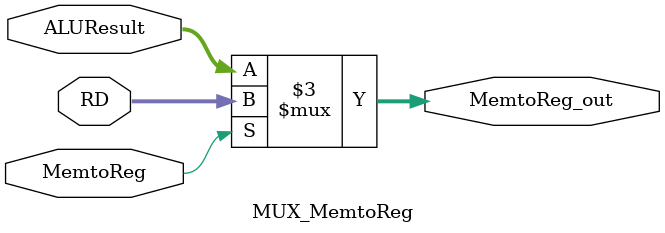
<source format=sv>
module MUX_MemtoReg(
    input logic MemtoReg,            // Selector signal
    input logic [31:0] ALUResult,    // Input from ALU
    input logic [31:0] RD,           // Input from Data Memory
    output logic [31:0] MemtoReg_out // Output
);

    // MUX logic using always_comb
    always_comb begin
        if (MemtoReg)
            MemtoReg_out = RD;       // Select Data Memory (RD) if MemtoReg is 1
        else
            MemtoReg_out = ALUResult; // Select ALUResult if MemtoReg is 0
    end

endmodule

</source>
